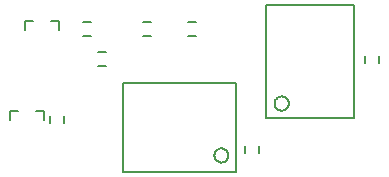
<source format=gbo>
G75*
G70*
%OFA0B0*%
%FSLAX24Y24*%
%IPPOS*%
%LPD*%
%AMOC8*
5,1,8,0,0,1.08239X$1,22.5*
%
%ADD10C,0.0080*%
%ADD11C,0.0060*%
%ADD12C,0.0050*%
D10*
X006380Y011230D02*
X010130Y011230D01*
X010130Y014180D01*
X006380Y014180D01*
X006380Y011230D01*
X003731Y012941D02*
X003731Y013256D01*
X003495Y013256D01*
X002865Y013256D02*
X002629Y013256D01*
X002629Y012941D01*
X003129Y015941D02*
X003129Y016256D01*
X003365Y016256D01*
X003995Y016256D02*
X004231Y016256D01*
X004231Y015941D01*
X011130Y016780D02*
X011130Y013030D01*
X014080Y013030D01*
X014080Y016780D01*
X011130Y016780D01*
D11*
X008798Y016216D02*
X008562Y016216D01*
X008562Y015744D02*
X008798Y015744D01*
X007298Y015744D02*
X007062Y015744D01*
X007062Y016216D02*
X007298Y016216D01*
X005798Y015216D02*
X005562Y015216D01*
X005562Y014744D02*
X005798Y014744D01*
X005298Y015744D02*
X005062Y015744D01*
X005062Y016216D02*
X005298Y016216D01*
X004416Y013098D02*
X004416Y012862D01*
X003944Y012862D02*
X003944Y013098D01*
X010444Y012098D02*
X010444Y011862D01*
X010916Y011862D02*
X010916Y012098D01*
X014444Y014862D02*
X014444Y015098D01*
X014916Y015098D02*
X014916Y014862D01*
D12*
X011432Y013500D02*
X011434Y013530D01*
X011440Y013560D01*
X011449Y013589D01*
X011462Y013616D01*
X011479Y013641D01*
X011498Y013664D01*
X011521Y013685D01*
X011546Y013702D01*
X011572Y013716D01*
X011601Y013726D01*
X011630Y013733D01*
X011660Y013736D01*
X011691Y013735D01*
X011721Y013730D01*
X011750Y013721D01*
X011777Y013709D01*
X011803Y013694D01*
X011827Y013675D01*
X011848Y013653D01*
X011866Y013629D01*
X011881Y013602D01*
X011892Y013574D01*
X011900Y013545D01*
X011904Y013515D01*
X011904Y013485D01*
X011900Y013455D01*
X011892Y013426D01*
X011881Y013398D01*
X011866Y013371D01*
X011848Y013347D01*
X011827Y013325D01*
X011803Y013306D01*
X011777Y013291D01*
X011750Y013279D01*
X011721Y013270D01*
X011691Y013265D01*
X011660Y013264D01*
X011630Y013267D01*
X011601Y013274D01*
X011572Y013284D01*
X011546Y013298D01*
X011521Y013315D01*
X011498Y013336D01*
X011479Y013359D01*
X011462Y013384D01*
X011449Y013411D01*
X011440Y013440D01*
X011434Y013470D01*
X011432Y013500D01*
X009424Y011768D02*
X009426Y011798D01*
X009432Y011828D01*
X009441Y011857D01*
X009454Y011884D01*
X009471Y011909D01*
X009490Y011932D01*
X009513Y011953D01*
X009538Y011970D01*
X009564Y011984D01*
X009593Y011994D01*
X009622Y012001D01*
X009652Y012004D01*
X009683Y012003D01*
X009713Y011998D01*
X009742Y011989D01*
X009769Y011977D01*
X009795Y011962D01*
X009819Y011943D01*
X009840Y011921D01*
X009858Y011897D01*
X009873Y011870D01*
X009884Y011842D01*
X009892Y011813D01*
X009896Y011783D01*
X009896Y011753D01*
X009892Y011723D01*
X009884Y011694D01*
X009873Y011666D01*
X009858Y011639D01*
X009840Y011615D01*
X009819Y011593D01*
X009795Y011574D01*
X009769Y011559D01*
X009742Y011547D01*
X009713Y011538D01*
X009683Y011533D01*
X009652Y011532D01*
X009622Y011535D01*
X009593Y011542D01*
X009564Y011552D01*
X009538Y011566D01*
X009513Y011583D01*
X009490Y011604D01*
X009471Y011627D01*
X009454Y011652D01*
X009441Y011679D01*
X009432Y011708D01*
X009426Y011738D01*
X009424Y011768D01*
M02*

</source>
